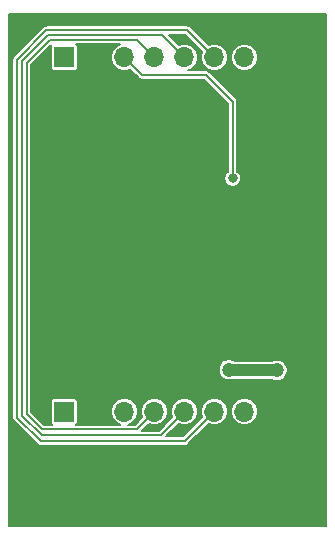
<source format=gbr>
G04 #@! TF.GenerationSoftware,KiCad,Pcbnew,(5.1.2)-2*
G04 #@! TF.CreationDate,2019-06-12T22:46:05+02:00*
G04 #@! TF.ProjectId,TLC5954-Eval,544c4335-3935-4342-9d45-76616c2e6b69,rev?*
G04 #@! TF.SameCoordinates,Original*
G04 #@! TF.FileFunction,Copper,L2,Bot*
G04 #@! TF.FilePolarity,Positive*
%FSLAX46Y46*%
G04 Gerber Fmt 4.6, Leading zero omitted, Abs format (unit mm)*
G04 Created by KiCad (PCBNEW (5.1.2)-2) date 2019-06-12 22:46:05*
%MOMM*%
%LPD*%
G04 APERTURE LIST*
%ADD10O,1.700000X1.700000*%
%ADD11R,1.700000X1.700000*%
%ADD12C,0.600000*%
%ADD13C,0.800000*%
%ADD14C,1.200000*%
%ADD15C,0.200000*%
%ADD16C,1.000000*%
G04 APERTURE END LIST*
D10*
X106780000Y-121000000D03*
X104240000Y-121000000D03*
X101700000Y-121000000D03*
X99160000Y-121000000D03*
X96620000Y-121000000D03*
X94080000Y-121000000D03*
X91540000Y-121000000D03*
D11*
X89000000Y-121000000D03*
D10*
X106780000Y-91000000D03*
X104240000Y-91000000D03*
X101700000Y-91000000D03*
X99160000Y-91000000D03*
X96620000Y-91000000D03*
X94080000Y-91000000D03*
X91540000Y-91000000D03*
D11*
X89000000Y-91000000D03*
D12*
X100000000Y-108000000D03*
X99000000Y-108000000D03*
X98000000Y-108000000D03*
X97000000Y-108000000D03*
X96000000Y-108000000D03*
X96000000Y-107000000D03*
X97000000Y-107000000D03*
X98000000Y-107000000D03*
X99000000Y-107000000D03*
X100000000Y-107000000D03*
X100000000Y-104000000D03*
X100000000Y-105000000D03*
X100000000Y-106000000D03*
X99000000Y-106000000D03*
X99000000Y-105000000D03*
X99000000Y-104000000D03*
X98000000Y-105000000D03*
X98000000Y-104000000D03*
X97000000Y-104000000D03*
X97000000Y-105000000D03*
X96000000Y-104000000D03*
X96000000Y-105000000D03*
X96000000Y-106000000D03*
X97000000Y-106000000D03*
X98000000Y-106000000D03*
D13*
X92500000Y-100500000D03*
X93250000Y-101250000D03*
X91750000Y-99750000D03*
X105500000Y-96000000D03*
D14*
X107000000Y-117500000D03*
X102950000Y-117450000D03*
D13*
X103250000Y-101250000D03*
D15*
X91540000Y-91000000D02*
X91540000Y-91040000D01*
D16*
X103000000Y-117500000D02*
X102950000Y-117450000D01*
X107000000Y-117500000D02*
X103000000Y-117500000D01*
D15*
X103250000Y-94750000D02*
X103250000Y-101250000D01*
X101000000Y-92500000D02*
X103250000Y-94750000D01*
X95580000Y-92500000D02*
X97500000Y-92500000D01*
X94080000Y-91000000D02*
X95580000Y-92500000D01*
X97500000Y-92500000D02*
X101000000Y-92500000D01*
X99399978Y-88699978D02*
X101700000Y-91000000D01*
X96699978Y-88699978D02*
X99399978Y-88699978D01*
X96699978Y-88699978D02*
X96859978Y-88699978D01*
X99200000Y-123500000D02*
X101700000Y-121000000D01*
X87000000Y-123500000D02*
X99200000Y-123500000D01*
X85000000Y-121500000D02*
X87000000Y-123500000D01*
X85000000Y-91184300D02*
X85000000Y-121500000D01*
X96699978Y-88699978D02*
X87484322Y-88699978D01*
X87484322Y-88699978D02*
X85000000Y-91184300D01*
X95120000Y-89500000D02*
X87815700Y-89500000D01*
X96620000Y-91000000D02*
X95120000Y-89500000D01*
X95120000Y-122500000D02*
X96620000Y-121000000D01*
X87815700Y-89500000D02*
X85800022Y-91515678D01*
X85800022Y-91515678D02*
X85800022Y-121168622D01*
X85800022Y-121168622D02*
X87131400Y-122500000D01*
X87131400Y-122500000D02*
X95120000Y-122500000D01*
X97160000Y-123000000D02*
X99160000Y-121000000D01*
X97259989Y-89099989D02*
X87650011Y-89099989D01*
X99160000Y-91000000D02*
X97259989Y-89099989D01*
X87650011Y-89099989D02*
X85400011Y-91349989D01*
X85400011Y-91349989D02*
X85400011Y-121334311D01*
X85400011Y-121334311D02*
X87065700Y-123000000D01*
X87065700Y-123000000D02*
X97160000Y-123000000D01*
G36*
X111175001Y-130675000D02*
G01*
X84325000Y-130675000D01*
X84325000Y-91184300D01*
X84598065Y-91184300D01*
X84600000Y-91203946D01*
X84600001Y-121480343D01*
X84598065Y-121500000D01*
X84605788Y-121578413D01*
X84628661Y-121653814D01*
X84665803Y-121723302D01*
X84703265Y-121768950D01*
X84703268Y-121768953D01*
X84715790Y-121784211D01*
X84731048Y-121796733D01*
X86703267Y-123768953D01*
X86715789Y-123784211D01*
X86731047Y-123796733D01*
X86731049Y-123796735D01*
X86744495Y-123807769D01*
X86776697Y-123834197D01*
X86846186Y-123871340D01*
X86921586Y-123894212D01*
X86980353Y-123900000D01*
X86980363Y-123900000D01*
X86999999Y-123901934D01*
X87019635Y-123900000D01*
X99180354Y-123900000D01*
X99200000Y-123901935D01*
X99219646Y-123900000D01*
X99219647Y-123900000D01*
X99278414Y-123894212D01*
X99353814Y-123871340D01*
X99423303Y-123834197D01*
X99484211Y-123784211D01*
X99496737Y-123768948D01*
X101218879Y-122046806D01*
X101257785Y-122067602D01*
X101474561Y-122133360D01*
X101643508Y-122150000D01*
X101756492Y-122150000D01*
X101925439Y-122133360D01*
X102142215Y-122067602D01*
X102341997Y-121960816D01*
X102517107Y-121817107D01*
X102660816Y-121641997D01*
X102767602Y-121442215D01*
X102833360Y-121225439D01*
X102855564Y-121000000D01*
X103084436Y-121000000D01*
X103106640Y-121225439D01*
X103172398Y-121442215D01*
X103279184Y-121641997D01*
X103422893Y-121817107D01*
X103598003Y-121960816D01*
X103797785Y-122067602D01*
X104014561Y-122133360D01*
X104183508Y-122150000D01*
X104296492Y-122150000D01*
X104465439Y-122133360D01*
X104682215Y-122067602D01*
X104881997Y-121960816D01*
X105057107Y-121817107D01*
X105200816Y-121641997D01*
X105307602Y-121442215D01*
X105373360Y-121225439D01*
X105395564Y-121000000D01*
X105373360Y-120774561D01*
X105307602Y-120557785D01*
X105200816Y-120358003D01*
X105057107Y-120182893D01*
X104881997Y-120039184D01*
X104682215Y-119932398D01*
X104465439Y-119866640D01*
X104296492Y-119850000D01*
X104183508Y-119850000D01*
X104014561Y-119866640D01*
X103797785Y-119932398D01*
X103598003Y-120039184D01*
X103422893Y-120182893D01*
X103279184Y-120358003D01*
X103172398Y-120557785D01*
X103106640Y-120774561D01*
X103084436Y-121000000D01*
X102855564Y-121000000D01*
X102833360Y-120774561D01*
X102767602Y-120557785D01*
X102660816Y-120358003D01*
X102517107Y-120182893D01*
X102341997Y-120039184D01*
X102142215Y-119932398D01*
X101925439Y-119866640D01*
X101756492Y-119850000D01*
X101643508Y-119850000D01*
X101474561Y-119866640D01*
X101257785Y-119932398D01*
X101058003Y-120039184D01*
X100882893Y-120182893D01*
X100739184Y-120358003D01*
X100632398Y-120557785D01*
X100566640Y-120774561D01*
X100544436Y-121000000D01*
X100566640Y-121225439D01*
X100632398Y-121442215D01*
X100653194Y-121481121D01*
X99034315Y-123100000D01*
X97625685Y-123100000D01*
X98678879Y-122046806D01*
X98717785Y-122067602D01*
X98934561Y-122133360D01*
X99103508Y-122150000D01*
X99216492Y-122150000D01*
X99385439Y-122133360D01*
X99602215Y-122067602D01*
X99801997Y-121960816D01*
X99977107Y-121817107D01*
X100120816Y-121641997D01*
X100227602Y-121442215D01*
X100293360Y-121225439D01*
X100315564Y-121000000D01*
X100293360Y-120774561D01*
X100227602Y-120557785D01*
X100120816Y-120358003D01*
X99977107Y-120182893D01*
X99801997Y-120039184D01*
X99602215Y-119932398D01*
X99385439Y-119866640D01*
X99216492Y-119850000D01*
X99103508Y-119850000D01*
X98934561Y-119866640D01*
X98717785Y-119932398D01*
X98518003Y-120039184D01*
X98342893Y-120182893D01*
X98199184Y-120358003D01*
X98092398Y-120557785D01*
X98026640Y-120774561D01*
X98004436Y-121000000D01*
X98026640Y-121225439D01*
X98092398Y-121442215D01*
X98113194Y-121481121D01*
X96994315Y-122600000D01*
X95585685Y-122600000D01*
X96138879Y-122046806D01*
X96177785Y-122067602D01*
X96394561Y-122133360D01*
X96563508Y-122150000D01*
X96676492Y-122150000D01*
X96845439Y-122133360D01*
X97062215Y-122067602D01*
X97261997Y-121960816D01*
X97437107Y-121817107D01*
X97580816Y-121641997D01*
X97687602Y-121442215D01*
X97753360Y-121225439D01*
X97775564Y-121000000D01*
X97753360Y-120774561D01*
X97687602Y-120557785D01*
X97580816Y-120358003D01*
X97437107Y-120182893D01*
X97261997Y-120039184D01*
X97062215Y-119932398D01*
X96845439Y-119866640D01*
X96676492Y-119850000D01*
X96563508Y-119850000D01*
X96394561Y-119866640D01*
X96177785Y-119932398D01*
X95978003Y-120039184D01*
X95802893Y-120182893D01*
X95659184Y-120358003D01*
X95552398Y-120557785D01*
X95486640Y-120774561D01*
X95464436Y-121000000D01*
X95486640Y-121225439D01*
X95552398Y-121442215D01*
X95573194Y-121481121D01*
X94954315Y-122100000D01*
X94415413Y-122100000D01*
X94522215Y-122067602D01*
X94721997Y-121960816D01*
X94897107Y-121817107D01*
X95040816Y-121641997D01*
X95147602Y-121442215D01*
X95213360Y-121225439D01*
X95235564Y-121000000D01*
X95213360Y-120774561D01*
X95147602Y-120557785D01*
X95040816Y-120358003D01*
X94897107Y-120182893D01*
X94721997Y-120039184D01*
X94522215Y-119932398D01*
X94305439Y-119866640D01*
X94136492Y-119850000D01*
X94023508Y-119850000D01*
X93854561Y-119866640D01*
X93637785Y-119932398D01*
X93438003Y-120039184D01*
X93262893Y-120182893D01*
X93119184Y-120358003D01*
X93012398Y-120557785D01*
X92946640Y-120774561D01*
X92924436Y-121000000D01*
X92946640Y-121225439D01*
X93012398Y-121442215D01*
X93119184Y-121641997D01*
X93262893Y-121817107D01*
X93438003Y-121960816D01*
X93637785Y-122067602D01*
X93744587Y-122100000D01*
X90018265Y-122100000D01*
X90063158Y-122063158D01*
X90100647Y-122017477D01*
X90128504Y-121965360D01*
X90145659Y-121908810D01*
X90151451Y-121850000D01*
X90151451Y-120150000D01*
X90145659Y-120091190D01*
X90128504Y-120034640D01*
X90100647Y-119982523D01*
X90063158Y-119936842D01*
X90017477Y-119899353D01*
X89965360Y-119871496D01*
X89908810Y-119854341D01*
X89850000Y-119848549D01*
X88150000Y-119848549D01*
X88091190Y-119854341D01*
X88034640Y-119871496D01*
X87982523Y-119899353D01*
X87936842Y-119936842D01*
X87899353Y-119982523D01*
X87871496Y-120034640D01*
X87854341Y-120091190D01*
X87848549Y-120150000D01*
X87848549Y-121850000D01*
X87854341Y-121908810D01*
X87871496Y-121965360D01*
X87899353Y-122017477D01*
X87936842Y-122063158D01*
X87981735Y-122100000D01*
X87297086Y-122100000D01*
X86200022Y-121002937D01*
X86200022Y-117361358D01*
X102050000Y-117361358D01*
X102050000Y-117538642D01*
X102084586Y-117712520D01*
X102152430Y-117876310D01*
X102250924Y-118023717D01*
X102376283Y-118149076D01*
X102523690Y-118247570D01*
X102687480Y-118315414D01*
X102861358Y-118350000D01*
X103038642Y-118350000D01*
X103212520Y-118315414D01*
X103249733Y-118300000D01*
X106579557Y-118300000D01*
X106737480Y-118365414D01*
X106911358Y-118400000D01*
X107088642Y-118400000D01*
X107262520Y-118365414D01*
X107426310Y-118297570D01*
X107573717Y-118199076D01*
X107699076Y-118073717D01*
X107797570Y-117926310D01*
X107865414Y-117762520D01*
X107900000Y-117588642D01*
X107900000Y-117411358D01*
X107865414Y-117237480D01*
X107797570Y-117073690D01*
X107699076Y-116926283D01*
X107573717Y-116800924D01*
X107426310Y-116702430D01*
X107262520Y-116634586D01*
X107088642Y-116600000D01*
X106911358Y-116600000D01*
X106737480Y-116634586D01*
X106579557Y-116700000D01*
X103447504Y-116700000D01*
X103376310Y-116652430D01*
X103212520Y-116584586D01*
X103038642Y-116550000D01*
X102861358Y-116550000D01*
X102687480Y-116584586D01*
X102523690Y-116652430D01*
X102376283Y-116750924D01*
X102250924Y-116876283D01*
X102152430Y-117023690D01*
X102084586Y-117187480D01*
X102050000Y-117361358D01*
X86200022Y-117361358D01*
X86200022Y-91681363D01*
X87901596Y-89979790D01*
X87899353Y-89982523D01*
X87871496Y-90034640D01*
X87854341Y-90091190D01*
X87848549Y-90150000D01*
X87848549Y-91850000D01*
X87854341Y-91908810D01*
X87871496Y-91965360D01*
X87899353Y-92017477D01*
X87936842Y-92063158D01*
X87982523Y-92100647D01*
X88034640Y-92128504D01*
X88091190Y-92145659D01*
X88150000Y-92151451D01*
X89850000Y-92151451D01*
X89908810Y-92145659D01*
X89965360Y-92128504D01*
X90017477Y-92100647D01*
X90063158Y-92063158D01*
X90100647Y-92017477D01*
X90128504Y-91965360D01*
X90145659Y-91908810D01*
X90151451Y-91850000D01*
X90151451Y-90150000D01*
X90145659Y-90091190D01*
X90128504Y-90034640D01*
X90100647Y-89982523D01*
X90063158Y-89936842D01*
X90018265Y-89900000D01*
X93744587Y-89900000D01*
X93637785Y-89932398D01*
X93438003Y-90039184D01*
X93262893Y-90182893D01*
X93119184Y-90358003D01*
X93012398Y-90557785D01*
X92946640Y-90774561D01*
X92924436Y-91000000D01*
X92946640Y-91225439D01*
X93012398Y-91442215D01*
X93119184Y-91641997D01*
X93262893Y-91817107D01*
X93438003Y-91960816D01*
X93637785Y-92067602D01*
X93854561Y-92133360D01*
X94023508Y-92150000D01*
X94136492Y-92150000D01*
X94305439Y-92133360D01*
X94522215Y-92067602D01*
X94561121Y-92046806D01*
X95283263Y-92768948D01*
X95295789Y-92784211D01*
X95356697Y-92834197D01*
X95426186Y-92871340D01*
X95501586Y-92894212D01*
X95560353Y-92900000D01*
X95560363Y-92900000D01*
X95579999Y-92901934D01*
X95599635Y-92900000D01*
X100834315Y-92900000D01*
X102850000Y-94915685D01*
X102850001Y-100675388D01*
X102803776Y-100706274D01*
X102706274Y-100803776D01*
X102629668Y-100918426D01*
X102576901Y-101045818D01*
X102550000Y-101181056D01*
X102550000Y-101318944D01*
X102576901Y-101454182D01*
X102629668Y-101581574D01*
X102706274Y-101696224D01*
X102803776Y-101793726D01*
X102918426Y-101870332D01*
X103045818Y-101923099D01*
X103181056Y-101950000D01*
X103318944Y-101950000D01*
X103454182Y-101923099D01*
X103581574Y-101870332D01*
X103696224Y-101793726D01*
X103793726Y-101696224D01*
X103870332Y-101581574D01*
X103923099Y-101454182D01*
X103950000Y-101318944D01*
X103950000Y-101181056D01*
X103923099Y-101045818D01*
X103870332Y-100918426D01*
X103793726Y-100803776D01*
X103696224Y-100706274D01*
X103650000Y-100675388D01*
X103650000Y-94769647D01*
X103651935Y-94750000D01*
X103644212Y-94671586D01*
X103621340Y-94596186D01*
X103584197Y-94526697D01*
X103546735Y-94481050D01*
X103534211Y-94465789D01*
X103518949Y-94453264D01*
X101296737Y-92231052D01*
X101284211Y-92215789D01*
X101223303Y-92165803D01*
X101153814Y-92128660D01*
X101078414Y-92105788D01*
X101019647Y-92100000D01*
X101019646Y-92100000D01*
X101000000Y-92098065D01*
X100980354Y-92100000D01*
X99495413Y-92100000D01*
X99602215Y-92067602D01*
X99801997Y-91960816D01*
X99977107Y-91817107D01*
X100120816Y-91641997D01*
X100227602Y-91442215D01*
X100293360Y-91225439D01*
X100315564Y-91000000D01*
X100293360Y-90774561D01*
X100227602Y-90557785D01*
X100120816Y-90358003D01*
X99977107Y-90182893D01*
X99801997Y-90039184D01*
X99602215Y-89932398D01*
X99385439Y-89866640D01*
X99216492Y-89850000D01*
X99103508Y-89850000D01*
X98934561Y-89866640D01*
X98717785Y-89932398D01*
X98678879Y-89953194D01*
X97825663Y-89099978D01*
X99234293Y-89099978D01*
X100653194Y-90518879D01*
X100632398Y-90557785D01*
X100566640Y-90774561D01*
X100544436Y-91000000D01*
X100566640Y-91225439D01*
X100632398Y-91442215D01*
X100739184Y-91641997D01*
X100882893Y-91817107D01*
X101058003Y-91960816D01*
X101257785Y-92067602D01*
X101474561Y-92133360D01*
X101643508Y-92150000D01*
X101756492Y-92150000D01*
X101925439Y-92133360D01*
X102142215Y-92067602D01*
X102341997Y-91960816D01*
X102517107Y-91817107D01*
X102660816Y-91641997D01*
X102767602Y-91442215D01*
X102833360Y-91225439D01*
X102855564Y-91000000D01*
X103084436Y-91000000D01*
X103106640Y-91225439D01*
X103172398Y-91442215D01*
X103279184Y-91641997D01*
X103422893Y-91817107D01*
X103598003Y-91960816D01*
X103797785Y-92067602D01*
X104014561Y-92133360D01*
X104183508Y-92150000D01*
X104296492Y-92150000D01*
X104465439Y-92133360D01*
X104682215Y-92067602D01*
X104881997Y-91960816D01*
X105057107Y-91817107D01*
X105200816Y-91641997D01*
X105307602Y-91442215D01*
X105373360Y-91225439D01*
X105395564Y-91000000D01*
X105373360Y-90774561D01*
X105307602Y-90557785D01*
X105200816Y-90358003D01*
X105057107Y-90182893D01*
X104881997Y-90039184D01*
X104682215Y-89932398D01*
X104465439Y-89866640D01*
X104296492Y-89850000D01*
X104183508Y-89850000D01*
X104014561Y-89866640D01*
X103797785Y-89932398D01*
X103598003Y-90039184D01*
X103422893Y-90182893D01*
X103279184Y-90358003D01*
X103172398Y-90557785D01*
X103106640Y-90774561D01*
X103084436Y-91000000D01*
X102855564Y-91000000D01*
X102833360Y-90774561D01*
X102767602Y-90557785D01*
X102660816Y-90358003D01*
X102517107Y-90182893D01*
X102341997Y-90039184D01*
X102142215Y-89932398D01*
X101925439Y-89866640D01*
X101756492Y-89850000D01*
X101643508Y-89850000D01*
X101474561Y-89866640D01*
X101257785Y-89932398D01*
X101218879Y-89953194D01*
X99696715Y-88431030D01*
X99684189Y-88415767D01*
X99623281Y-88365781D01*
X99553792Y-88328638D01*
X99478392Y-88305766D01*
X99419625Y-88299978D01*
X99419624Y-88299978D01*
X99399978Y-88298043D01*
X99380332Y-88299978D01*
X87503968Y-88299978D01*
X87484322Y-88298043D01*
X87405908Y-88305766D01*
X87330507Y-88328638D01*
X87261019Y-88365781D01*
X87215371Y-88403243D01*
X87215369Y-88403245D01*
X87200111Y-88415767D01*
X87187589Y-88431025D01*
X84731052Y-90887563D01*
X84715789Y-90900089D01*
X84665803Y-90960998D01*
X84628660Y-91030487D01*
X84605788Y-91105886D01*
X84605788Y-91105887D01*
X84598065Y-91184300D01*
X84325000Y-91184300D01*
X84325000Y-87325000D01*
X111175000Y-87325000D01*
X111175001Y-130675000D01*
X111175001Y-130675000D01*
G37*
X111175001Y-130675000D02*
X84325000Y-130675000D01*
X84325000Y-91184300D01*
X84598065Y-91184300D01*
X84600000Y-91203946D01*
X84600001Y-121480343D01*
X84598065Y-121500000D01*
X84605788Y-121578413D01*
X84628661Y-121653814D01*
X84665803Y-121723302D01*
X84703265Y-121768950D01*
X84703268Y-121768953D01*
X84715790Y-121784211D01*
X84731048Y-121796733D01*
X86703267Y-123768953D01*
X86715789Y-123784211D01*
X86731047Y-123796733D01*
X86731049Y-123796735D01*
X86744495Y-123807769D01*
X86776697Y-123834197D01*
X86846186Y-123871340D01*
X86921586Y-123894212D01*
X86980353Y-123900000D01*
X86980363Y-123900000D01*
X86999999Y-123901934D01*
X87019635Y-123900000D01*
X99180354Y-123900000D01*
X99200000Y-123901935D01*
X99219646Y-123900000D01*
X99219647Y-123900000D01*
X99278414Y-123894212D01*
X99353814Y-123871340D01*
X99423303Y-123834197D01*
X99484211Y-123784211D01*
X99496737Y-123768948D01*
X101218879Y-122046806D01*
X101257785Y-122067602D01*
X101474561Y-122133360D01*
X101643508Y-122150000D01*
X101756492Y-122150000D01*
X101925439Y-122133360D01*
X102142215Y-122067602D01*
X102341997Y-121960816D01*
X102517107Y-121817107D01*
X102660816Y-121641997D01*
X102767602Y-121442215D01*
X102833360Y-121225439D01*
X102855564Y-121000000D01*
X103084436Y-121000000D01*
X103106640Y-121225439D01*
X103172398Y-121442215D01*
X103279184Y-121641997D01*
X103422893Y-121817107D01*
X103598003Y-121960816D01*
X103797785Y-122067602D01*
X104014561Y-122133360D01*
X104183508Y-122150000D01*
X104296492Y-122150000D01*
X104465439Y-122133360D01*
X104682215Y-122067602D01*
X104881997Y-121960816D01*
X105057107Y-121817107D01*
X105200816Y-121641997D01*
X105307602Y-121442215D01*
X105373360Y-121225439D01*
X105395564Y-121000000D01*
X105373360Y-120774561D01*
X105307602Y-120557785D01*
X105200816Y-120358003D01*
X105057107Y-120182893D01*
X104881997Y-120039184D01*
X104682215Y-119932398D01*
X104465439Y-119866640D01*
X104296492Y-119850000D01*
X104183508Y-119850000D01*
X104014561Y-119866640D01*
X103797785Y-119932398D01*
X103598003Y-120039184D01*
X103422893Y-120182893D01*
X103279184Y-120358003D01*
X103172398Y-120557785D01*
X103106640Y-120774561D01*
X103084436Y-121000000D01*
X102855564Y-121000000D01*
X102833360Y-120774561D01*
X102767602Y-120557785D01*
X102660816Y-120358003D01*
X102517107Y-120182893D01*
X102341997Y-120039184D01*
X102142215Y-119932398D01*
X101925439Y-119866640D01*
X101756492Y-119850000D01*
X101643508Y-119850000D01*
X101474561Y-119866640D01*
X101257785Y-119932398D01*
X101058003Y-120039184D01*
X100882893Y-120182893D01*
X100739184Y-120358003D01*
X100632398Y-120557785D01*
X100566640Y-120774561D01*
X100544436Y-121000000D01*
X100566640Y-121225439D01*
X100632398Y-121442215D01*
X100653194Y-121481121D01*
X99034315Y-123100000D01*
X97625685Y-123100000D01*
X98678879Y-122046806D01*
X98717785Y-122067602D01*
X98934561Y-122133360D01*
X99103508Y-122150000D01*
X99216492Y-122150000D01*
X99385439Y-122133360D01*
X99602215Y-122067602D01*
X99801997Y-121960816D01*
X99977107Y-121817107D01*
X100120816Y-121641997D01*
X100227602Y-121442215D01*
X100293360Y-121225439D01*
X100315564Y-121000000D01*
X100293360Y-120774561D01*
X100227602Y-120557785D01*
X100120816Y-120358003D01*
X99977107Y-120182893D01*
X99801997Y-120039184D01*
X99602215Y-119932398D01*
X99385439Y-119866640D01*
X99216492Y-119850000D01*
X99103508Y-119850000D01*
X98934561Y-119866640D01*
X98717785Y-119932398D01*
X98518003Y-120039184D01*
X98342893Y-120182893D01*
X98199184Y-120358003D01*
X98092398Y-120557785D01*
X98026640Y-120774561D01*
X98004436Y-121000000D01*
X98026640Y-121225439D01*
X98092398Y-121442215D01*
X98113194Y-121481121D01*
X96994315Y-122600000D01*
X95585685Y-122600000D01*
X96138879Y-122046806D01*
X96177785Y-122067602D01*
X96394561Y-122133360D01*
X96563508Y-122150000D01*
X96676492Y-122150000D01*
X96845439Y-122133360D01*
X97062215Y-122067602D01*
X97261997Y-121960816D01*
X97437107Y-121817107D01*
X97580816Y-121641997D01*
X97687602Y-121442215D01*
X97753360Y-121225439D01*
X97775564Y-121000000D01*
X97753360Y-120774561D01*
X97687602Y-120557785D01*
X97580816Y-120358003D01*
X97437107Y-120182893D01*
X97261997Y-120039184D01*
X97062215Y-119932398D01*
X96845439Y-119866640D01*
X96676492Y-119850000D01*
X96563508Y-119850000D01*
X96394561Y-119866640D01*
X96177785Y-119932398D01*
X95978003Y-120039184D01*
X95802893Y-120182893D01*
X95659184Y-120358003D01*
X95552398Y-120557785D01*
X95486640Y-120774561D01*
X95464436Y-121000000D01*
X95486640Y-121225439D01*
X95552398Y-121442215D01*
X95573194Y-121481121D01*
X94954315Y-122100000D01*
X94415413Y-122100000D01*
X94522215Y-122067602D01*
X94721997Y-121960816D01*
X94897107Y-121817107D01*
X95040816Y-121641997D01*
X95147602Y-121442215D01*
X95213360Y-121225439D01*
X95235564Y-121000000D01*
X95213360Y-120774561D01*
X95147602Y-120557785D01*
X95040816Y-120358003D01*
X94897107Y-120182893D01*
X94721997Y-120039184D01*
X94522215Y-119932398D01*
X94305439Y-119866640D01*
X94136492Y-119850000D01*
X94023508Y-119850000D01*
X93854561Y-119866640D01*
X93637785Y-119932398D01*
X93438003Y-120039184D01*
X93262893Y-120182893D01*
X93119184Y-120358003D01*
X93012398Y-120557785D01*
X92946640Y-120774561D01*
X92924436Y-121000000D01*
X92946640Y-121225439D01*
X93012398Y-121442215D01*
X93119184Y-121641997D01*
X93262893Y-121817107D01*
X93438003Y-121960816D01*
X93637785Y-122067602D01*
X93744587Y-122100000D01*
X90018265Y-122100000D01*
X90063158Y-122063158D01*
X90100647Y-122017477D01*
X90128504Y-121965360D01*
X90145659Y-121908810D01*
X90151451Y-121850000D01*
X90151451Y-120150000D01*
X90145659Y-120091190D01*
X90128504Y-120034640D01*
X90100647Y-119982523D01*
X90063158Y-119936842D01*
X90017477Y-119899353D01*
X89965360Y-119871496D01*
X89908810Y-119854341D01*
X89850000Y-119848549D01*
X88150000Y-119848549D01*
X88091190Y-119854341D01*
X88034640Y-119871496D01*
X87982523Y-119899353D01*
X87936842Y-119936842D01*
X87899353Y-119982523D01*
X87871496Y-120034640D01*
X87854341Y-120091190D01*
X87848549Y-120150000D01*
X87848549Y-121850000D01*
X87854341Y-121908810D01*
X87871496Y-121965360D01*
X87899353Y-122017477D01*
X87936842Y-122063158D01*
X87981735Y-122100000D01*
X87297086Y-122100000D01*
X86200022Y-121002937D01*
X86200022Y-117361358D01*
X102050000Y-117361358D01*
X102050000Y-117538642D01*
X102084586Y-117712520D01*
X102152430Y-117876310D01*
X102250924Y-118023717D01*
X102376283Y-118149076D01*
X102523690Y-118247570D01*
X102687480Y-118315414D01*
X102861358Y-118350000D01*
X103038642Y-118350000D01*
X103212520Y-118315414D01*
X103249733Y-118300000D01*
X106579557Y-118300000D01*
X106737480Y-118365414D01*
X106911358Y-118400000D01*
X107088642Y-118400000D01*
X107262520Y-118365414D01*
X107426310Y-118297570D01*
X107573717Y-118199076D01*
X107699076Y-118073717D01*
X107797570Y-117926310D01*
X107865414Y-117762520D01*
X107900000Y-117588642D01*
X107900000Y-117411358D01*
X107865414Y-117237480D01*
X107797570Y-117073690D01*
X107699076Y-116926283D01*
X107573717Y-116800924D01*
X107426310Y-116702430D01*
X107262520Y-116634586D01*
X107088642Y-116600000D01*
X106911358Y-116600000D01*
X106737480Y-116634586D01*
X106579557Y-116700000D01*
X103447504Y-116700000D01*
X103376310Y-116652430D01*
X103212520Y-116584586D01*
X103038642Y-116550000D01*
X102861358Y-116550000D01*
X102687480Y-116584586D01*
X102523690Y-116652430D01*
X102376283Y-116750924D01*
X102250924Y-116876283D01*
X102152430Y-117023690D01*
X102084586Y-117187480D01*
X102050000Y-117361358D01*
X86200022Y-117361358D01*
X86200022Y-91681363D01*
X87901596Y-89979790D01*
X87899353Y-89982523D01*
X87871496Y-90034640D01*
X87854341Y-90091190D01*
X87848549Y-90150000D01*
X87848549Y-91850000D01*
X87854341Y-91908810D01*
X87871496Y-91965360D01*
X87899353Y-92017477D01*
X87936842Y-92063158D01*
X87982523Y-92100647D01*
X88034640Y-92128504D01*
X88091190Y-92145659D01*
X88150000Y-92151451D01*
X89850000Y-92151451D01*
X89908810Y-92145659D01*
X89965360Y-92128504D01*
X90017477Y-92100647D01*
X90063158Y-92063158D01*
X90100647Y-92017477D01*
X90128504Y-91965360D01*
X90145659Y-91908810D01*
X90151451Y-91850000D01*
X90151451Y-90150000D01*
X90145659Y-90091190D01*
X90128504Y-90034640D01*
X90100647Y-89982523D01*
X90063158Y-89936842D01*
X90018265Y-89900000D01*
X93744587Y-89900000D01*
X93637785Y-89932398D01*
X93438003Y-90039184D01*
X93262893Y-90182893D01*
X93119184Y-90358003D01*
X93012398Y-90557785D01*
X92946640Y-90774561D01*
X92924436Y-91000000D01*
X92946640Y-91225439D01*
X93012398Y-91442215D01*
X93119184Y-91641997D01*
X93262893Y-91817107D01*
X93438003Y-91960816D01*
X93637785Y-92067602D01*
X93854561Y-92133360D01*
X94023508Y-92150000D01*
X94136492Y-92150000D01*
X94305439Y-92133360D01*
X94522215Y-92067602D01*
X94561121Y-92046806D01*
X95283263Y-92768948D01*
X95295789Y-92784211D01*
X95356697Y-92834197D01*
X95426186Y-92871340D01*
X95501586Y-92894212D01*
X95560353Y-92900000D01*
X95560363Y-92900000D01*
X95579999Y-92901934D01*
X95599635Y-92900000D01*
X100834315Y-92900000D01*
X102850000Y-94915685D01*
X102850001Y-100675388D01*
X102803776Y-100706274D01*
X102706274Y-100803776D01*
X102629668Y-100918426D01*
X102576901Y-101045818D01*
X102550000Y-101181056D01*
X102550000Y-101318944D01*
X102576901Y-101454182D01*
X102629668Y-101581574D01*
X102706274Y-101696224D01*
X102803776Y-101793726D01*
X102918426Y-101870332D01*
X103045818Y-101923099D01*
X103181056Y-101950000D01*
X103318944Y-101950000D01*
X103454182Y-101923099D01*
X103581574Y-101870332D01*
X103696224Y-101793726D01*
X103793726Y-101696224D01*
X103870332Y-101581574D01*
X103923099Y-101454182D01*
X103950000Y-101318944D01*
X103950000Y-101181056D01*
X103923099Y-101045818D01*
X103870332Y-100918426D01*
X103793726Y-100803776D01*
X103696224Y-100706274D01*
X103650000Y-100675388D01*
X103650000Y-94769647D01*
X103651935Y-94750000D01*
X103644212Y-94671586D01*
X103621340Y-94596186D01*
X103584197Y-94526697D01*
X103546735Y-94481050D01*
X103534211Y-94465789D01*
X103518949Y-94453264D01*
X101296737Y-92231052D01*
X101284211Y-92215789D01*
X101223303Y-92165803D01*
X101153814Y-92128660D01*
X101078414Y-92105788D01*
X101019647Y-92100000D01*
X101019646Y-92100000D01*
X101000000Y-92098065D01*
X100980354Y-92100000D01*
X99495413Y-92100000D01*
X99602215Y-92067602D01*
X99801997Y-91960816D01*
X99977107Y-91817107D01*
X100120816Y-91641997D01*
X100227602Y-91442215D01*
X100293360Y-91225439D01*
X100315564Y-91000000D01*
X100293360Y-90774561D01*
X100227602Y-90557785D01*
X100120816Y-90358003D01*
X99977107Y-90182893D01*
X99801997Y-90039184D01*
X99602215Y-89932398D01*
X99385439Y-89866640D01*
X99216492Y-89850000D01*
X99103508Y-89850000D01*
X98934561Y-89866640D01*
X98717785Y-89932398D01*
X98678879Y-89953194D01*
X97825663Y-89099978D01*
X99234293Y-89099978D01*
X100653194Y-90518879D01*
X100632398Y-90557785D01*
X100566640Y-90774561D01*
X100544436Y-91000000D01*
X100566640Y-91225439D01*
X100632398Y-91442215D01*
X100739184Y-91641997D01*
X100882893Y-91817107D01*
X101058003Y-91960816D01*
X101257785Y-92067602D01*
X101474561Y-92133360D01*
X101643508Y-92150000D01*
X101756492Y-92150000D01*
X101925439Y-92133360D01*
X102142215Y-92067602D01*
X102341997Y-91960816D01*
X102517107Y-91817107D01*
X102660816Y-91641997D01*
X102767602Y-91442215D01*
X102833360Y-91225439D01*
X102855564Y-91000000D01*
X103084436Y-91000000D01*
X103106640Y-91225439D01*
X103172398Y-91442215D01*
X103279184Y-91641997D01*
X103422893Y-91817107D01*
X103598003Y-91960816D01*
X103797785Y-92067602D01*
X104014561Y-92133360D01*
X104183508Y-92150000D01*
X104296492Y-92150000D01*
X104465439Y-92133360D01*
X104682215Y-92067602D01*
X104881997Y-91960816D01*
X105057107Y-91817107D01*
X105200816Y-91641997D01*
X105307602Y-91442215D01*
X105373360Y-91225439D01*
X105395564Y-91000000D01*
X105373360Y-90774561D01*
X105307602Y-90557785D01*
X105200816Y-90358003D01*
X105057107Y-90182893D01*
X104881997Y-90039184D01*
X104682215Y-89932398D01*
X104465439Y-89866640D01*
X104296492Y-89850000D01*
X104183508Y-89850000D01*
X104014561Y-89866640D01*
X103797785Y-89932398D01*
X103598003Y-90039184D01*
X103422893Y-90182893D01*
X103279184Y-90358003D01*
X103172398Y-90557785D01*
X103106640Y-90774561D01*
X103084436Y-91000000D01*
X102855564Y-91000000D01*
X102833360Y-90774561D01*
X102767602Y-90557785D01*
X102660816Y-90358003D01*
X102517107Y-90182893D01*
X102341997Y-90039184D01*
X102142215Y-89932398D01*
X101925439Y-89866640D01*
X101756492Y-89850000D01*
X101643508Y-89850000D01*
X101474561Y-89866640D01*
X101257785Y-89932398D01*
X101218879Y-89953194D01*
X99696715Y-88431030D01*
X99684189Y-88415767D01*
X99623281Y-88365781D01*
X99553792Y-88328638D01*
X99478392Y-88305766D01*
X99419625Y-88299978D01*
X99419624Y-88299978D01*
X99399978Y-88298043D01*
X99380332Y-88299978D01*
X87503968Y-88299978D01*
X87484322Y-88298043D01*
X87405908Y-88305766D01*
X87330507Y-88328638D01*
X87261019Y-88365781D01*
X87215371Y-88403243D01*
X87215369Y-88403245D01*
X87200111Y-88415767D01*
X87187589Y-88431025D01*
X84731052Y-90887563D01*
X84715789Y-90900089D01*
X84665803Y-90960998D01*
X84628660Y-91030487D01*
X84605788Y-91105886D01*
X84605788Y-91105887D01*
X84598065Y-91184300D01*
X84325000Y-91184300D01*
X84325000Y-87325000D01*
X111175000Y-87325000D01*
X111175001Y-130675000D01*
M02*

</source>
